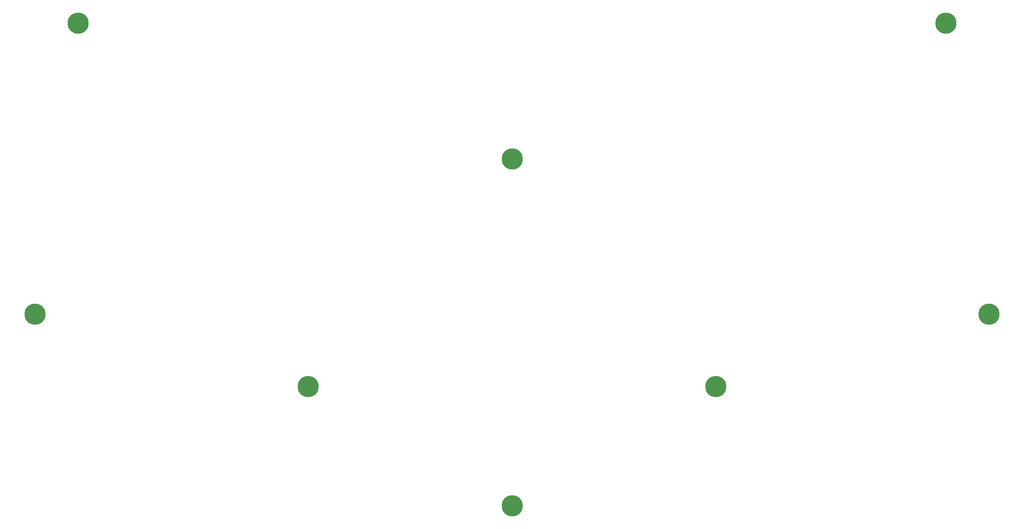
<source format=gbs>
G04 #@! TF.GenerationSoftware,KiCad,Pcbnew,(5.99.0-12889-g70df3822b5)*
G04 #@! TF.CreationDate,2021-11-23T09:02:27-05:00*
G04 #@! TF.ProjectId,switchPlate,73776974-6368-4506-9c61-74652e6b6963,rev?*
G04 #@! TF.SameCoordinates,Original*
G04 #@! TF.FileFunction,Soldermask,Bot*
G04 #@! TF.FilePolarity,Negative*
%FSLAX46Y46*%
G04 Gerber Fmt 4.6, Leading zero omitted, Abs format (unit mm)*
G04 Created by KiCad (PCBNEW (5.99.0-12889-g70df3822b5)) date 2021-11-23 09:02:27*
%MOMM*%
%LPD*%
G01*
G04 APERTURE LIST*
%ADD10C,3.800000*%
G04 APERTURE END LIST*
D10*
X146900000Y-132196903D03*
X61590091Y-97952450D03*
X146900000Y-70122024D03*
X232209909Y-97952451D03*
X183338438Y-110887922D03*
X224462729Y-45857361D03*
X69337271Y-45857361D03*
X110461562Y-110887923D03*
M02*

</source>
